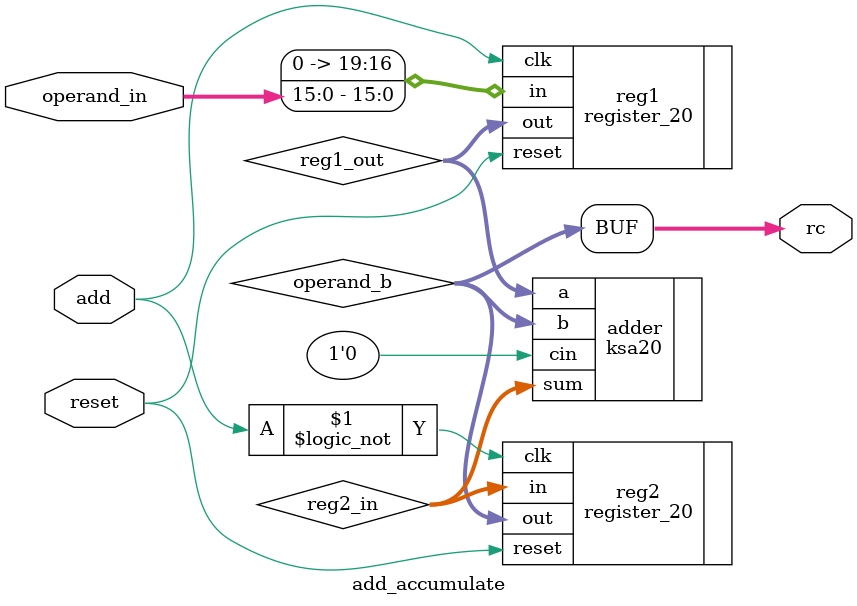
<source format=v>
module add_accumulate (
	input [15:0] operand_in,
	input add,
	input reset,
	output [19:0] rc
);

wire [19:0] operand_b;
wire [19:0] reg1_out;
wire [19:0] reg2_in;

assign rc = operand_b;

//module instantiations
register_20 reg1( 
	.in({4'b0000,operand_in}),
	.reset(reset),
	.clk(add),
	.out(reg1_out)
	);

ksa20 adder(
	.a(reg1_out),
	.b(operand_b),
   .cin(1'b0),
   .sum(reg2_in)
);


register_20 reg2(
	.in(reg2_in),
	.reset(reset),
	.clk(!add),
	.out(operand_b)
);



endmodule

</source>
